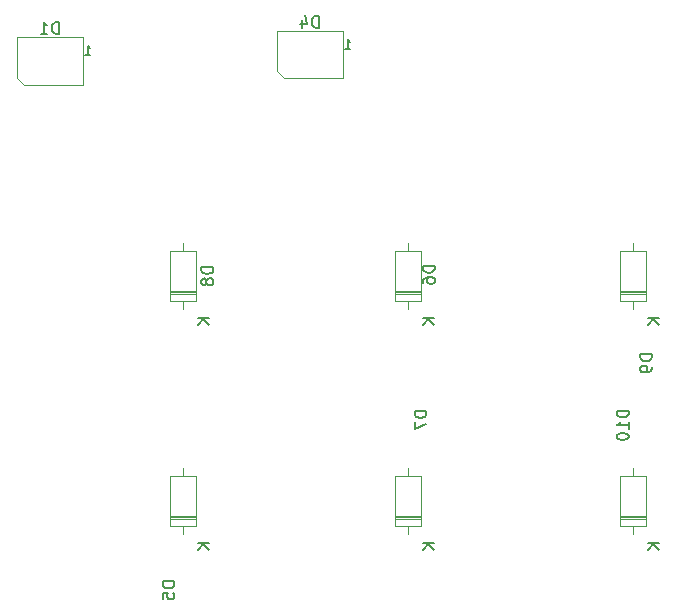
<source format=gbr>
%TF.GenerationSoftware,KiCad,Pcbnew,9.0.2*%
%TF.CreationDate,2025-07-11T15:40:20+10:00*%
%TF.ProjectId,Exportable hackpad pccb,4578706f-7274-4616-926c-65206861636b,rev?*%
%TF.SameCoordinates,Original*%
%TF.FileFunction,Legend,Bot*%
%TF.FilePolarity,Positive*%
%FSLAX46Y46*%
G04 Gerber Fmt 4.6, Leading zero omitted, Abs format (unit mm)*
G04 Created by KiCad (PCBNEW 9.0.2) date 2025-07-11 15:40:20*
%MOMM*%
%LPD*%
G01*
G04 APERTURE LIST*
%ADD10C,0.150000*%
%ADD11C,0.120000*%
G04 APERTURE END LIST*
D10*
X144497319Y-103243155D02*
X143497319Y-103243155D01*
X143497319Y-103243155D02*
X143497319Y-103481250D01*
X143497319Y-103481250D02*
X143544938Y-103624107D01*
X143544938Y-103624107D02*
X143640176Y-103719345D01*
X143640176Y-103719345D02*
X143735414Y-103766964D01*
X143735414Y-103766964D02*
X143925890Y-103814583D01*
X143925890Y-103814583D02*
X144068747Y-103814583D01*
X144068747Y-103814583D02*
X144259223Y-103766964D01*
X144259223Y-103766964D02*
X144354461Y-103719345D01*
X144354461Y-103719345D02*
X144449700Y-103624107D01*
X144449700Y-103624107D02*
X144497319Y-103481250D01*
X144497319Y-103481250D02*
X144497319Y-103243155D01*
X143925890Y-104386012D02*
X143878271Y-104290774D01*
X143878271Y-104290774D02*
X143830652Y-104243155D01*
X143830652Y-104243155D02*
X143735414Y-104195536D01*
X143735414Y-104195536D02*
X143687795Y-104195536D01*
X143687795Y-104195536D02*
X143592557Y-104243155D01*
X143592557Y-104243155D02*
X143544938Y-104290774D01*
X143544938Y-104290774D02*
X143497319Y-104386012D01*
X143497319Y-104386012D02*
X143497319Y-104576488D01*
X143497319Y-104576488D02*
X143544938Y-104671726D01*
X143544938Y-104671726D02*
X143592557Y-104719345D01*
X143592557Y-104719345D02*
X143687795Y-104766964D01*
X143687795Y-104766964D02*
X143735414Y-104766964D01*
X143735414Y-104766964D02*
X143830652Y-104719345D01*
X143830652Y-104719345D02*
X143878271Y-104671726D01*
X143878271Y-104671726D02*
X143925890Y-104576488D01*
X143925890Y-104576488D02*
X143925890Y-104386012D01*
X143925890Y-104386012D02*
X143973509Y-104290774D01*
X143973509Y-104290774D02*
X144021128Y-104243155D01*
X144021128Y-104243155D02*
X144116366Y-104195536D01*
X144116366Y-104195536D02*
X144306842Y-104195536D01*
X144306842Y-104195536D02*
X144402080Y-104243155D01*
X144402080Y-104243155D02*
X144449700Y-104290774D01*
X144449700Y-104290774D02*
X144497319Y-104386012D01*
X144497319Y-104386012D02*
X144497319Y-104576488D01*
X144497319Y-104576488D02*
X144449700Y-104671726D01*
X144449700Y-104671726D02*
X144402080Y-104719345D01*
X144402080Y-104719345D02*
X144306842Y-104766964D01*
X144306842Y-104766964D02*
X144116366Y-104766964D01*
X144116366Y-104766964D02*
X144021128Y-104719345D01*
X144021128Y-104719345D02*
X143973509Y-104671726D01*
X143973509Y-104671726D02*
X143925890Y-104576488D01*
X144177319Y-107529345D02*
X143177319Y-107529345D01*
X144177319Y-108100773D02*
X143605890Y-107672202D01*
X143177319Y-108100773D02*
X143748747Y-107529345D01*
X163241069Y-103121905D02*
X162241069Y-103121905D01*
X162241069Y-103121905D02*
X162241069Y-103360000D01*
X162241069Y-103360000D02*
X162288688Y-103502857D01*
X162288688Y-103502857D02*
X162383926Y-103598095D01*
X162383926Y-103598095D02*
X162479164Y-103645714D01*
X162479164Y-103645714D02*
X162669640Y-103693333D01*
X162669640Y-103693333D02*
X162812497Y-103693333D01*
X162812497Y-103693333D02*
X163002973Y-103645714D01*
X163002973Y-103645714D02*
X163098211Y-103598095D01*
X163098211Y-103598095D02*
X163193450Y-103502857D01*
X163193450Y-103502857D02*
X163241069Y-103360000D01*
X163241069Y-103360000D02*
X163241069Y-103121905D01*
X162241069Y-104550476D02*
X162241069Y-104360000D01*
X162241069Y-104360000D02*
X162288688Y-104264762D01*
X162288688Y-104264762D02*
X162336307Y-104217143D01*
X162336307Y-104217143D02*
X162479164Y-104121905D01*
X162479164Y-104121905D02*
X162669640Y-104074286D01*
X162669640Y-104074286D02*
X163050592Y-104074286D01*
X163050592Y-104074286D02*
X163145830Y-104121905D01*
X163145830Y-104121905D02*
X163193450Y-104169524D01*
X163193450Y-104169524D02*
X163241069Y-104264762D01*
X163241069Y-104264762D02*
X163241069Y-104455238D01*
X163241069Y-104455238D02*
X163193450Y-104550476D01*
X163193450Y-104550476D02*
X163145830Y-104598095D01*
X163145830Y-104598095D02*
X163050592Y-104645714D01*
X163050592Y-104645714D02*
X162812497Y-104645714D01*
X162812497Y-104645714D02*
X162717259Y-104598095D01*
X162717259Y-104598095D02*
X162669640Y-104550476D01*
X162669640Y-104550476D02*
X162622021Y-104455238D01*
X162622021Y-104455238D02*
X162622021Y-104264762D01*
X162622021Y-104264762D02*
X162669640Y-104169524D01*
X162669640Y-104169524D02*
X162717259Y-104121905D01*
X162717259Y-104121905D02*
X162812497Y-104074286D01*
X163227319Y-107529345D02*
X162227319Y-107529345D01*
X163227319Y-108100773D02*
X162655890Y-107672202D01*
X162227319Y-108100773D02*
X162798747Y-107529345D01*
X179661069Y-115395714D02*
X178661069Y-115395714D01*
X178661069Y-115395714D02*
X178661069Y-115633809D01*
X178661069Y-115633809D02*
X178708688Y-115776666D01*
X178708688Y-115776666D02*
X178803926Y-115871904D01*
X178803926Y-115871904D02*
X178899164Y-115919523D01*
X178899164Y-115919523D02*
X179089640Y-115967142D01*
X179089640Y-115967142D02*
X179232497Y-115967142D01*
X179232497Y-115967142D02*
X179422973Y-115919523D01*
X179422973Y-115919523D02*
X179518211Y-115871904D01*
X179518211Y-115871904D02*
X179613450Y-115776666D01*
X179613450Y-115776666D02*
X179661069Y-115633809D01*
X179661069Y-115633809D02*
X179661069Y-115395714D01*
X179661069Y-116919523D02*
X179661069Y-116348095D01*
X179661069Y-116633809D02*
X178661069Y-116633809D01*
X178661069Y-116633809D02*
X178803926Y-116538571D01*
X178803926Y-116538571D02*
X178899164Y-116443333D01*
X178899164Y-116443333D02*
X178946783Y-116348095D01*
X178661069Y-117538571D02*
X178661069Y-117633809D01*
X178661069Y-117633809D02*
X178708688Y-117729047D01*
X178708688Y-117729047D02*
X178756307Y-117776666D01*
X178756307Y-117776666D02*
X178851545Y-117824285D01*
X178851545Y-117824285D02*
X179042021Y-117871904D01*
X179042021Y-117871904D02*
X179280116Y-117871904D01*
X179280116Y-117871904D02*
X179470592Y-117824285D01*
X179470592Y-117824285D02*
X179565830Y-117776666D01*
X179565830Y-117776666D02*
X179613450Y-117729047D01*
X179613450Y-117729047D02*
X179661069Y-117633809D01*
X179661069Y-117633809D02*
X179661069Y-117538571D01*
X179661069Y-117538571D02*
X179613450Y-117443333D01*
X179613450Y-117443333D02*
X179565830Y-117395714D01*
X179565830Y-117395714D02*
X179470592Y-117348095D01*
X179470592Y-117348095D02*
X179280116Y-117300476D01*
X179280116Y-117300476D02*
X179042021Y-117300476D01*
X179042021Y-117300476D02*
X178851545Y-117348095D01*
X178851545Y-117348095D02*
X178756307Y-117395714D01*
X178756307Y-117395714D02*
X178708688Y-117443333D01*
X178708688Y-117443333D02*
X178661069Y-117538571D01*
X182277319Y-126579345D02*
X181277319Y-126579345D01*
X182277319Y-127150773D02*
X181705890Y-126722202D01*
X181277319Y-127150773D02*
X181848747Y-126579345D01*
X141211069Y-129851905D02*
X140211069Y-129851905D01*
X140211069Y-129851905D02*
X140211069Y-130090000D01*
X140211069Y-130090000D02*
X140258688Y-130232857D01*
X140258688Y-130232857D02*
X140353926Y-130328095D01*
X140353926Y-130328095D02*
X140449164Y-130375714D01*
X140449164Y-130375714D02*
X140639640Y-130423333D01*
X140639640Y-130423333D02*
X140782497Y-130423333D01*
X140782497Y-130423333D02*
X140972973Y-130375714D01*
X140972973Y-130375714D02*
X141068211Y-130328095D01*
X141068211Y-130328095D02*
X141163450Y-130232857D01*
X141163450Y-130232857D02*
X141211069Y-130090000D01*
X141211069Y-130090000D02*
X141211069Y-129851905D01*
X140211069Y-131328095D02*
X140211069Y-130851905D01*
X140211069Y-130851905D02*
X140687259Y-130804286D01*
X140687259Y-130804286D02*
X140639640Y-130851905D01*
X140639640Y-130851905D02*
X140592021Y-130947143D01*
X140592021Y-130947143D02*
X140592021Y-131185238D01*
X140592021Y-131185238D02*
X140639640Y-131280476D01*
X140639640Y-131280476D02*
X140687259Y-131328095D01*
X140687259Y-131328095D02*
X140782497Y-131375714D01*
X140782497Y-131375714D02*
X141020592Y-131375714D01*
X141020592Y-131375714D02*
X141115830Y-131328095D01*
X141115830Y-131328095D02*
X141163450Y-131280476D01*
X141163450Y-131280476D02*
X141211069Y-131185238D01*
X141211069Y-131185238D02*
X141211069Y-130947143D01*
X141211069Y-130947143D02*
X141163450Y-130851905D01*
X141163450Y-130851905D02*
X141115830Y-130804286D01*
X144177319Y-126579345D02*
X143177319Y-126579345D01*
X144177319Y-127150773D02*
X143605890Y-126722202D01*
X143177319Y-127150773D02*
X143748747Y-126579345D01*
X162547319Y-115411905D02*
X161547319Y-115411905D01*
X161547319Y-115411905D02*
X161547319Y-115650000D01*
X161547319Y-115650000D02*
X161594938Y-115792857D01*
X161594938Y-115792857D02*
X161690176Y-115888095D01*
X161690176Y-115888095D02*
X161785414Y-115935714D01*
X161785414Y-115935714D02*
X161975890Y-115983333D01*
X161975890Y-115983333D02*
X162118747Y-115983333D01*
X162118747Y-115983333D02*
X162309223Y-115935714D01*
X162309223Y-115935714D02*
X162404461Y-115888095D01*
X162404461Y-115888095D02*
X162499700Y-115792857D01*
X162499700Y-115792857D02*
X162547319Y-115650000D01*
X162547319Y-115650000D02*
X162547319Y-115411905D01*
X161547319Y-116316667D02*
X161547319Y-116983333D01*
X161547319Y-116983333D02*
X162547319Y-116554762D01*
X163227319Y-126579345D02*
X162227319Y-126579345D01*
X163227319Y-127150773D02*
X162655890Y-126722202D01*
X162227319Y-127150773D02*
X162798747Y-126579345D01*
X131406844Y-83494819D02*
X131406844Y-82494819D01*
X131406844Y-82494819D02*
X131168749Y-82494819D01*
X131168749Y-82494819D02*
X131025892Y-82542438D01*
X131025892Y-82542438D02*
X130930654Y-82637676D01*
X130930654Y-82637676D02*
X130883035Y-82732914D01*
X130883035Y-82732914D02*
X130835416Y-82923390D01*
X130835416Y-82923390D02*
X130835416Y-83066247D01*
X130835416Y-83066247D02*
X130883035Y-83256723D01*
X130883035Y-83256723D02*
X130930654Y-83351961D01*
X130930654Y-83351961D02*
X131025892Y-83447200D01*
X131025892Y-83447200D02*
X131168749Y-83494819D01*
X131168749Y-83494819D02*
X131406844Y-83494819D01*
X129883035Y-83494819D02*
X130454463Y-83494819D01*
X130168749Y-83494819D02*
X130168749Y-82494819D01*
X130168749Y-82494819D02*
X130263987Y-82637676D01*
X130263987Y-82637676D02*
X130359225Y-82732914D01*
X130359225Y-82732914D02*
X130454463Y-82780533D01*
X133640178Y-85277295D02*
X134097321Y-85277295D01*
X133868749Y-85277295D02*
X133868749Y-84477295D01*
X133868749Y-84477295D02*
X133944940Y-84591580D01*
X133944940Y-84591580D02*
X134021130Y-84667771D01*
X134021130Y-84667771D02*
X134097321Y-84705866D01*
X153416844Y-82964819D02*
X153416844Y-81964819D01*
X153416844Y-81964819D02*
X153178749Y-81964819D01*
X153178749Y-81964819D02*
X153035892Y-82012438D01*
X153035892Y-82012438D02*
X152940654Y-82107676D01*
X152940654Y-82107676D02*
X152893035Y-82202914D01*
X152893035Y-82202914D02*
X152845416Y-82393390D01*
X152845416Y-82393390D02*
X152845416Y-82536247D01*
X152845416Y-82536247D02*
X152893035Y-82726723D01*
X152893035Y-82726723D02*
X152940654Y-82821961D01*
X152940654Y-82821961D02*
X153035892Y-82917200D01*
X153035892Y-82917200D02*
X153178749Y-82964819D01*
X153178749Y-82964819D02*
X153416844Y-82964819D01*
X151988273Y-82298152D02*
X151988273Y-82964819D01*
X152226368Y-81917200D02*
X152464463Y-82631485D01*
X152464463Y-82631485D02*
X151845416Y-82631485D01*
X155650178Y-84747295D02*
X156107321Y-84747295D01*
X155878749Y-84747295D02*
X155878749Y-83947295D01*
X155878749Y-83947295D02*
X155954940Y-84061580D01*
X155954940Y-84061580D02*
X156031130Y-84137771D01*
X156031130Y-84137771D02*
X156107321Y-84175866D01*
X181631069Y-110631905D02*
X180631069Y-110631905D01*
X180631069Y-110631905D02*
X180631069Y-110870000D01*
X180631069Y-110870000D02*
X180678688Y-111012857D01*
X180678688Y-111012857D02*
X180773926Y-111108095D01*
X180773926Y-111108095D02*
X180869164Y-111155714D01*
X180869164Y-111155714D02*
X181059640Y-111203333D01*
X181059640Y-111203333D02*
X181202497Y-111203333D01*
X181202497Y-111203333D02*
X181392973Y-111155714D01*
X181392973Y-111155714D02*
X181488211Y-111108095D01*
X181488211Y-111108095D02*
X181583450Y-111012857D01*
X181583450Y-111012857D02*
X181631069Y-110870000D01*
X181631069Y-110870000D02*
X181631069Y-110631905D01*
X181631069Y-111679524D02*
X181631069Y-111870000D01*
X181631069Y-111870000D02*
X181583450Y-111965238D01*
X181583450Y-111965238D02*
X181535830Y-112012857D01*
X181535830Y-112012857D02*
X181392973Y-112108095D01*
X181392973Y-112108095D02*
X181202497Y-112155714D01*
X181202497Y-112155714D02*
X180821545Y-112155714D01*
X180821545Y-112155714D02*
X180726307Y-112108095D01*
X180726307Y-112108095D02*
X180678688Y-112060476D01*
X180678688Y-112060476D02*
X180631069Y-111965238D01*
X180631069Y-111965238D02*
X180631069Y-111774762D01*
X180631069Y-111774762D02*
X180678688Y-111679524D01*
X180678688Y-111679524D02*
X180726307Y-111631905D01*
X180726307Y-111631905D02*
X180821545Y-111584286D01*
X180821545Y-111584286D02*
X181059640Y-111584286D01*
X181059640Y-111584286D02*
X181154878Y-111631905D01*
X181154878Y-111631905D02*
X181202497Y-111679524D01*
X181202497Y-111679524D02*
X181250116Y-111774762D01*
X181250116Y-111774762D02*
X181250116Y-111965238D01*
X181250116Y-111965238D02*
X181202497Y-112060476D01*
X181202497Y-112060476D02*
X181154878Y-112108095D01*
X181154878Y-112108095D02*
X181059640Y-112155714D01*
X182277319Y-107529345D02*
X181277319Y-107529345D01*
X182277319Y-108100773D02*
X181705890Y-107672202D01*
X181277319Y-108100773D02*
X181848747Y-107529345D01*
D11*
%TO.C,D8*%
X141922500Y-101211250D02*
X141922500Y-101861250D01*
X141922500Y-106751250D02*
X141922500Y-106101250D01*
X143042500Y-105261250D02*
X140802500Y-105261250D01*
X143042500Y-105381250D02*
X140802500Y-105381250D01*
X143042500Y-105501250D02*
X140802500Y-105501250D01*
X143042500Y-106101250D02*
X140802500Y-106101250D01*
X140802500Y-101861250D01*
X143042500Y-101861250D01*
X143042500Y-106101250D01*
%TO.C,D6*%
X160972500Y-101211250D02*
X160972500Y-101861250D01*
X160972500Y-106751250D02*
X160972500Y-106101250D01*
X162092500Y-105261250D02*
X159852500Y-105261250D01*
X162092500Y-105381250D02*
X159852500Y-105381250D01*
X162092500Y-105501250D02*
X159852500Y-105501250D01*
X162092500Y-106101250D02*
X159852500Y-106101250D01*
X159852500Y-101861250D01*
X162092500Y-101861250D01*
X162092500Y-106101250D01*
%TO.C,D10*%
X180022500Y-120261250D02*
X180022500Y-120911250D01*
X180022500Y-125801250D02*
X180022500Y-125151250D01*
X181142500Y-124311250D02*
X178902500Y-124311250D01*
X181142500Y-124431250D02*
X178902500Y-124431250D01*
X181142500Y-124551250D02*
X178902500Y-124551250D01*
X181142500Y-125151250D02*
X178902500Y-125151250D01*
X178902500Y-120911250D01*
X181142500Y-120911250D01*
X181142500Y-125151250D01*
%TO.C,D5*%
X141922500Y-120261250D02*
X141922500Y-120911250D01*
X141922500Y-125801250D02*
X141922500Y-125151250D01*
X143042500Y-124311250D02*
X140802500Y-124311250D01*
X143042500Y-124431250D02*
X140802500Y-124431250D01*
X143042500Y-124551250D02*
X140802500Y-124551250D01*
X143042500Y-125151250D02*
X140802500Y-125151250D01*
X140802500Y-120911250D01*
X143042500Y-120911250D01*
X143042500Y-125151250D01*
%TO.C,D7*%
X160972500Y-120261250D02*
X160972500Y-120911250D01*
X160972500Y-125801250D02*
X160972500Y-125151250D01*
X162092500Y-124311250D02*
X159852500Y-124311250D01*
X162092500Y-124431250D02*
X159852500Y-124431250D01*
X162092500Y-124551250D02*
X159852500Y-124551250D01*
X162092500Y-125151250D02*
X159852500Y-125151250D01*
X159852500Y-120911250D01*
X162092500Y-120911250D01*
X162092500Y-125151250D01*
%TO.C,D1*%
X127868750Y-87190000D02*
X127868750Y-83790000D01*
X127868750Y-87190000D02*
X128468750Y-87790000D01*
X133468750Y-83790000D02*
X127868750Y-83790000D01*
X133468750Y-83790000D02*
X133468750Y-87790000D01*
X133468750Y-87790000D02*
X128468750Y-87790000D01*
%TO.C,D4*%
X149878750Y-86660000D02*
X149878750Y-83260000D01*
X149878750Y-86660000D02*
X150478750Y-87260000D01*
X155478750Y-83260000D02*
X149878750Y-83260000D01*
X155478750Y-83260000D02*
X155478750Y-87260000D01*
X155478750Y-87260000D02*
X150478750Y-87260000D01*
%TO.C,D9*%
X180022500Y-101211250D02*
X180022500Y-101861250D01*
X180022500Y-106751250D02*
X180022500Y-106101250D01*
X181142500Y-105261250D02*
X178902500Y-105261250D01*
X181142500Y-105381250D02*
X178902500Y-105381250D01*
X181142500Y-105501250D02*
X178902500Y-105501250D01*
X181142500Y-106101250D02*
X178902500Y-106101250D01*
X178902500Y-101861250D01*
X181142500Y-101861250D01*
X181142500Y-106101250D01*
%TD*%
M02*

</source>
